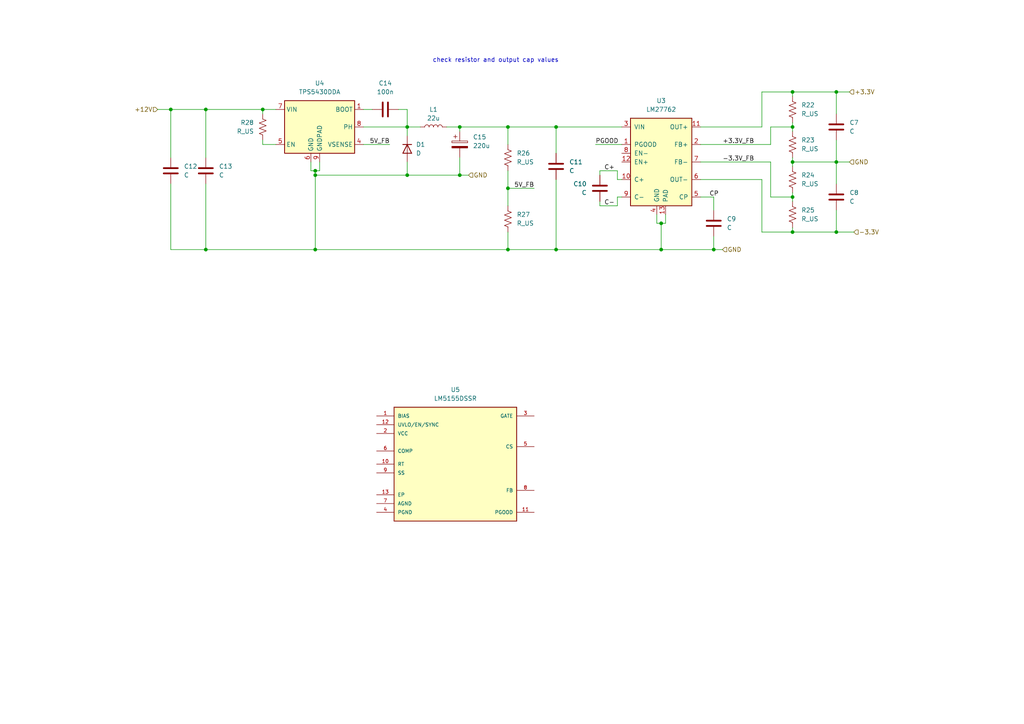
<source format=kicad_sch>
(kicad_sch (version 20250114) (generator "eeschema") (generator_version "9.0")
  (paper "A4")
  (lib_symbols
    (symbol "Device:C" (pin_numbers (hide yes)) (pin_names (offset 0.254))
      (property "Reference" "C" (at 0.635 2.54 0))
      (property "Value" "C" (at 0.635 -2.54 0))
      (symbol "C_0_1"
        (polyline (pts (xy -2.032 0.762) (xy 2.032 0.762)) (stroke (width 0.508)))
        (polyline (pts (xy -2.032 -0.762) (xy 2.032 -0.762)) (stroke (width 0.508)))
      )
      (symbol "C_1_1"
        (pin passive line (at 0 3.81 270) (length 2.794) (name "~") (number "1"))
        (pin passive line (at 0 -3.81 90) (length 2.794) (name "~") (number "2"))
      )
    )
    (symbol "Device:C_Polarized" (pin_numbers (hide yes)) (pin_names (offset 0.254))
      (property "Reference" "C" (at 0.635 2.54 0))
      (property "Value" "C_Polarized" (at 0.635 -2.54 0))
      (symbol "C_Polarized_0_1"
        (rectangle (start -2.286 0.508) (end 2.286 1.016))
        (polyline (pts (xy -1.778 2.286) (xy -0.762 2.286)))
        (polyline (pts (xy -1.27 2.794) (xy -1.27 1.778)))
        (rectangle (start 2.286 -0.508) (end -2.286 -1.016) (fill (type outline)))
      )
      (symbol "C_Polarized_1_1"
        (pin passive line (at 0 3.81 270) (length 2.794) (name "~") (number "1"))
        (pin passive line (at 0 -3.81 90) (length 2.794) (name "~") (number "2"))
      )
    )
    (symbol "Device:D" (pin_numbers (hide yes)) (pin_names (offset 1.016) (hide yes))
      (property "Reference" "D" (at 0 2.54 0))
      (property "Value" "D" (at 0 -2.54 0))
      (symbol "D_0_1"
        (polyline (pts (xy -1.27 1.27) (xy -1.27 -1.27)) (stroke (width 0.254)))
        (polyline (pts (xy 1.27 1.27) (xy 1.27 -1.27) (xy -1.27 0) (xy 1.27 1.27)) (stroke (width 0.254)))
        (polyline (pts (xy 1.27 0) (xy -1.27 0)))
      )
      (symbol "D_1_1"
        (pin passive line (at -3.81 0 0) (length 2.54) (name "K") (number "1"))
        (pin passive line (at 3.81 0 180) (length 2.54) (name "A") (number "2"))
      )
    )
    (symbol "Device:L" (pin_numbers (hide yes)) (pin_names (offset 1.016) (hide yes))
      (property "Reference" "L" (at -1.27 0 90))
      (property "Value" "L" (at 1.905 0 90))
      (symbol "L_0_1"
        (arc (start 0 2.54) (mid 0.6323 1.905) (end 0 1.27))
        (arc (start 0 1.27) (mid 0.6323 0.635) (end 0 0))
        (arc (start 0 0) (mid 0.6323 -0.635) (end 0 -1.27))
        (arc (start 0 -1.27) (mid 0.6323 -1.905) (end 0 -2.54))
      )
      (symbol "L_1_1"
        (pin passive line (at 0 3.81 270) (length 1.27) (name "1") (number "1"))
        (pin passive line (at 0 -3.81 90) (length 1.27) (name "2") (number "2"))
      )
    )
    (symbol "Device:R_US" (pin_numbers (hide yes)) (pin_names (offset 0))
      (property "Reference" "R" (at 2.54 0 90))
      (property "Value" "R_US" (at -2.54 0 90))
      (symbol "R_US_0_1"
        (polyline (pts (xy 0 2.286) (xy 0 2.54)))
        (polyline (pts (xy 0 2.286) (xy 1.016 1.905) (xy 0 1.524) (xy -1.016 1.143) (xy 0 0.762)))
        (polyline (pts (xy 0 0.762) (xy 1.016 0.381) (xy 0 0) (xy -1.016 -0.381) (xy 0 -0.762)))
        (polyline (pts (xy 0 -0.762) (xy 1.016 -1.143) (xy 0 -1.524) (xy -1.016 -1.905) (xy 0 -2.286)))
        (polyline (pts (xy 0 -2.286) (xy 0 -2.54)))
      )
      (symbol "R_US_1_1"
        (pin passive line (at 0 3.81 270) (length 1.27) (name "~") (number "1"))
        (pin passive line (at 0 -3.81 90) (length 1.27) (name "~") (number "2"))
      )
    )
    (symbol "LM5155DSSR:LM5155DSSR" (pin_names (offset 1.016))
      (property "Reference" "U" (at -17.78 16.002 0))
      (property "Value" "LM5155DSSR" (at -17.78 -20.32 0))
      (symbol "LM5155DSSR_0_0"
        (rectangle (start -17.78 15.24) (end 17.78 -17.78) (stroke (width 0.254)) (fill (type background)))
        (pin power_in line (at -22.86 12.7 0) (length 5.08) (name "BIAS") (number "1"))
        (pin input line (at -22.86 10.16 0) (length 5.08) (name "UVLO/EN/SYNC") (number "12"))
        (pin power_in line (at -22.86 7.62 0) (length 5.08) (name "VCC") (number "2"))
        (pin output line (at -22.86 2.54 0) (length 5.08) (name "COMP") (number "6"))
        (pin input line (at -22.86 -1.27 0) (length 5.08) (name "RT") (number "10"))
        (pin input line (at -22.86 -3.81 0) (length 5.08) (name "SS") (number "9"))
        (pin power_in line (at -22.86 -10.16 0) (length 5.08) (name "EP") (number "13"))
        (pin power_in line (at -22.86 -12.7 0) (length 5.08) (name "AGND") (number "7"))
        (pin power_in line (at -22.86 -15.24 0) (length 5.08) (name "PGND") (number "4"))
        (pin output line (at 22.86 12.7 180) (length 5.08) (name "GATE") (number "3"))
        (pin input line (at 22.86 3.81 180) (length 5.08) (name "CS") (number "5"))
        (pin input line (at 22.86 -8.89 180) (length 5.08) (name "FB") (number "8"))
        (pin output line (at 22.86 -15.24 180) (length 5.08) (name "PGOOD") (number "11"))
      )
    )
    (symbol "Regulator_SwitchedCapacitor:LM27762" (pin_names (offset 1.016))
      (property "Reference" "U" (at -6.604 8.89 0))
      (property "Value" "LM27762" (at 6.096 8.89 0))
      (symbol "LM27762_0_1"
        (rectangle (start -7.62 7.62) (end 10.16 -17.78) (stroke (width 0.254)) (fill (type background)))
      )
      (symbol "LM27762_1_1"
        (pin power_in line (at -10.16 5.08 0) (length 2.54) (name "VIN") (number "3"))
        (pin open_collector line (at -10.16 0 0) (length 2.54) (name "PGOOD") (number "1"))
        (pin input line (at -10.16 -2.54 0) (length 2.54) (name "EN-") (number "8"))
        (pin input line (at -10.16 -5.08 0) (length 2.54) (name "EN+") (number "12"))
        (pin passive line (at -10.16 -10.16 0) (length 2.54) (name "C+") (number "10"))
        (pin passive line (at -10.16 -15.24 0) (length 2.54) (name "C-") (number "9"))
        (pin power_in line (at 0 -20.32 90) (length 2.54) (name "GND") (number "4"))
        (pin power_in line (at 2.54 -20.32 90) (length 2.54) (name "PAD") (number "13"))
        (pin power_out line (at 12.7 5.08 180) (length 2.54) (name "OUT+") (number "11"))
        (pin input line (at 12.7 0 180) (length 2.54) (name "FB+") (number "2"))
        (pin input line (at 12.7 -5.08 180) (length 2.54) (name "FB-") (number "7"))
        (pin power_out line (at 12.7 -10.16 180) (length 2.54) (name "OUT-") (number "6"))
        (pin passive line (at 12.7 -15.24 180) (length 2.54) (name "CP") (number "5"))
      )
    )
    (symbol "Regulator_Switching:TPS5430DDA"
      (property "Reference" "U" (at -10.16 8.89 0))
      (property "Value" "TPS5430DDA" (at -1.27 8.89 0))
      (symbol "TPS5430DDA_0_1"
        (rectangle (start -10.16 7.62) (end 10.16 -7.62) (stroke (width 0.254)) (fill (type background)))
      )
      (symbol "TPS5430DDA_1_1"
        (pin power_in line (at -12.7 5.08 0) (length 2.54) (name "VIN") (number "7"))
        (pin input line (at -12.7 -5.08 0) (length 2.54) (name "EN") (number "5"))
        (pin no_connect line (at -10.16 2.54 0) (length 2.54) (hide yes) (name "NC") (number "2"))
        (pin no_connect line (at -10.16 -2.54 0) (length 2.54) (hide yes) (name "NC") (number "3"))
        (pin power_in line (at -2.54 -10.16 90) (length 2.54) (name "GND") (number "6"))
        (pin power_in line (at 0 -10.16 90) (length 2.54) (name "GNDPAD") (number "9"))
        (pin input line (at 12.7 5.08 180) (length 2.54) (name "BOOT") (number "1"))
        (pin output line (at 12.7 0 180) (length 2.54) (name "PH") (number "8"))
        (pin input line (at 12.7 -5.08 180) (length 2.54) (name "VSENSE") (number "4"))
      )
    )
  )
  (text "check resistor and output cap values\n" (at 143.764 17.526 0) (effects (font (size 1.27 1.27))))
  (junction (at 229.87 46.99))
  (junction (at 118.11 50.8))
  (junction (at 147.32 72.39))
  (junction (at 229.87 67.31))
  (junction (at 147.32 36.83))
  (junction (at 147.32 54.61))
  (junction (at 242.57 67.31))
  (junction (at 229.87 26.67))
  (junction (at 59.69 72.39))
  (junction (at 133.35 50.8))
  (junction (at 161.29 36.83))
  (junction (at 91.44 49.53))
  (junction (at 76.2 31.75))
  (junction (at 91.44 50.8))
  (junction (at 49.53 31.75))
  (junction (at 91.44 72.39))
  (junction (at 59.69 31.75))
  (junction (at 229.87 57.15))
  (junction (at 229.87 36.83))
  (junction (at 191.77 72.39))
  (junction (at 242.57 26.67))
  (junction (at 161.29 72.39))
  (junction (at 133.35 36.83))
  (junction (at 191.77 64.77))
  (junction (at 207.01 72.39))
  (junction (at 118.11 36.83))
  (junction (at 242.57 46.99))
  (wire (pts (xy 118.11 36.83) (xy 121.92 36.83)))
  (wire (pts (xy 242.57 40.64) (xy 242.57 46.99)))
  (wire (pts (xy 173.99 50.8) (xy 173.99 49.53)))
  (wire (pts (xy 59.69 31.75) (xy 76.2 31.75)))
  (wire (pts (xy 59.69 31.75) (xy 59.69 45.72)))
  (wire (pts (xy 229.87 36.83) (xy 229.87 38.1)))
  (wire (pts (xy 229.87 57.15) (xy 229.87 58.42)))
  (wire (pts (xy 203.2 41.91) (xy 223.52 41.91)))
  (wire (pts (xy 207.01 57.15) (xy 207.01 60.96)))
  (wire (pts (xy 220.98 52.07) (xy 220.98 67.31)))
  (wire (pts (xy 92.71 49.53) (xy 92.71 46.99)))
  (wire (pts (xy 173.99 59.69) (xy 173.99 58.42)))
  (wire (pts (xy 49.53 31.75) (xy 59.69 31.75)))
  (wire (pts (xy 91.44 50.8) (xy 118.11 50.8)))
  (wire (pts (xy 193.04 64.77) (xy 193.04 62.23)))
  (wire (pts (xy 76.2 31.75) (xy 80.01 31.75)))
  (wire (pts (xy 242.57 26.67) (xy 242.57 33.02)))
  (wire (pts (xy 90.17 49.53) (xy 91.44 49.53)))
  (wire (pts (xy 180.34 57.15) (xy 179.07 57.15)))
  (wire (pts (xy 190.5 64.77) (xy 191.77 64.77)))
  (wire (pts (xy 147.32 36.83) (xy 147.32 41.91)))
  (wire (pts (xy 90.17 46.99) (xy 90.17 49.53)))
  (wire (pts (xy 105.41 31.75) (xy 107.95 31.75)))
  (wire (pts (xy 49.53 72.39) (xy 59.69 72.39)))
  (wire (pts (xy 105.41 41.91) (xy 113.03 41.91)))
  (wire (pts (xy 161.29 72.39) (xy 191.77 72.39)))
  (wire (pts (xy 242.57 67.31) (xy 247.65 67.31)))
  (wire (pts (xy 161.29 52.07) (xy 161.29 72.39)))
  (wire (pts (xy 229.87 45.72) (xy 229.87 46.99)))
  (wire (pts (xy 135.89 50.8) (xy 133.35 50.8)))
  (wire (pts (xy 118.11 50.8) (xy 133.35 50.8)))
  (wire (pts (xy 223.52 36.83) (xy 229.87 36.83)))
  (wire (pts (xy 133.35 45.72) (xy 133.35 50.8)))
  (wire (pts (xy 191.77 64.77) (xy 191.77 72.39)))
  (wire (pts (xy 161.29 72.39) (xy 147.32 72.39)))
  (wire (pts (xy 147.32 67.31) (xy 147.32 72.39)))
  (wire (pts (xy 203.2 57.15) (xy 207.01 57.15)))
  (wire (pts (xy 76.2 41.91) (xy 80.01 41.91)))
  (wire (pts (xy 133.35 36.83) (xy 147.32 36.83)))
  (wire (pts (xy 105.41 36.83) (xy 118.11 36.83)))
  (wire (pts (xy 229.87 26.67) (xy 242.57 26.67)))
  (wire (pts (xy 59.69 72.39) (xy 91.44 72.39)))
  (wire (pts (xy 229.87 26.67) (xy 229.87 27.94)))
  (wire (pts (xy 203.2 52.07) (xy 220.98 52.07)))
  (wire (pts (xy 129.54 36.83) (xy 133.35 36.83)))
  (wire (pts (xy 45.72 31.75) (xy 49.53 31.75)))
  (wire (pts (xy 179.07 49.53) (xy 179.07 52.07)))
  (wire (pts (xy 223.52 41.91) (xy 223.52 36.83)))
  (wire (pts (xy 91.44 50.8) (xy 91.44 49.53)))
  (wire (pts (xy 229.87 55.88) (xy 229.87 57.15)))
  (wire (pts (xy 118.11 31.75) (xy 118.11 36.83)))
  (wire (pts (xy 229.87 46.99) (xy 242.57 46.99)))
  (wire (pts (xy 179.07 57.15) (xy 179.07 59.69)))
  (wire (pts (xy 76.2 31.75) (xy 76.2 33.02)))
  (wire (pts (xy 242.57 46.99) (xy 242.57 53.34)))
  (wire (pts (xy 229.87 66.04) (xy 229.87 67.31)))
  (wire (pts (xy 242.57 60.96) (xy 242.57 67.31)))
  (wire (pts (xy 203.2 36.83) (xy 220.98 36.83)))
  (wire (pts (xy 76.2 40.64) (xy 76.2 41.91)))
  (wire (pts (xy 220.98 36.83) (xy 220.98 26.67)))
  (wire (pts (xy 207.01 72.39) (xy 209.55 72.39)))
  (wire (pts (xy 207.01 68.58) (xy 207.01 72.39)))
  (wire (pts (xy 133.35 36.83) (xy 133.35 38.1)))
  (wire (pts (xy 49.53 53.34) (xy 49.53 72.39)))
  (wire (pts (xy 179.07 52.07) (xy 180.34 52.07)))
  (wire (pts (xy 229.87 67.31) (xy 242.57 67.31)))
  (wire (pts (xy 161.29 36.83) (xy 180.34 36.83)))
  (wire (pts (xy 223.52 46.99) (xy 223.52 57.15)))
  (wire (pts (xy 191.77 64.77) (xy 193.04 64.77)))
  (wire (pts (xy 203.2 46.99) (xy 223.52 46.99)))
  (wire (pts (xy 91.44 49.53) (xy 92.71 49.53)))
  (wire (pts (xy 229.87 46.99) (xy 229.87 48.26)))
  (wire (pts (xy 49.53 31.75) (xy 49.53 45.72)))
  (wire (pts (xy 172.72 41.91) (xy 180.34 41.91)))
  (wire (pts (xy 118.11 46.99) (xy 118.11 50.8)))
  (wire (pts (xy 147.32 54.61) (xy 147.32 59.69)))
  (wire (pts (xy 59.69 53.34) (xy 59.69 72.39)))
  (wire (pts (xy 147.32 54.61) (xy 154.94 54.61)))
  (wire (pts (xy 191.77 72.39) (xy 207.01 72.39)))
  (wire (pts (xy 220.98 67.31) (xy 229.87 67.31)))
  (wire (pts (xy 147.32 72.39) (xy 91.44 72.39)))
  (wire (pts (xy 147.32 49.53) (xy 147.32 54.61)))
  (wire (pts (xy 223.52 57.15) (xy 229.87 57.15)))
  (wire (pts (xy 115.57 31.75) (xy 118.11 31.75)))
  (wire (pts (xy 242.57 46.99) (xy 246.38 46.99)))
  (wire (pts (xy 161.29 44.45) (xy 161.29 36.83)))
  (wire (pts (xy 91.44 50.8) (xy 91.44 72.39)))
  (wire (pts (xy 173.99 59.69) (xy 179.07 59.69)))
  (wire (pts (xy 229.87 35.56) (xy 229.87 36.83)))
  (wire (pts (xy 118.11 36.83) (xy 118.11 39.37)))
  (wire (pts (xy 242.57 26.67) (xy 246.38 26.67)))
  (wire (pts (xy 173.99 49.53) (xy 179.07 49.53)))
  (wire (pts (xy 190.5 62.23) (xy 190.5 64.77)))
  (wire (pts (xy 147.32 36.83) (xy 161.29 36.83)))
  (wire (pts (xy 220.98 26.67) (xy 229.87 26.67)))
  (label "5V_FB" (at 113.03 41.91 180))
  (label "+3.3V_FB" (at 209.55 41.91 0))
  (label "C-" (at 175.26 59.69 0))
  (label "-3.3V_FB" (at 209.55 46.99 0))
  (label "PGOOD" (at 172.72 41.91 0))
  (label "5V_FB" (at 154.94 54.61 180))
  (label "C+" (at 175.26 49.53 0))
  (label "CP" (at 205.74 57.15 0))
  (hierarchical_label "GND" (shape input) (at 246.38 46.99 0))
  (hierarchical_label "GND" (shape input) (at 135.89 50.8 0))
  (hierarchical_label "GND" (shape input) (at 209.55 72.39 0))
  (hierarchical_label "+3.3V" (shape input) (at 246.38 26.67 0))
  (hierarchical_label "+12V" (shape input) (at 45.72 31.75 180))
  (hierarchical_label "-3.3V" (shape input) (at 247.65 67.31 0))
  (symbol (lib_id "Regulator_SwitchedCapacitor:LM27762") (at 190.5 41.91 0) (unit 1)
    (property "Reference" "U3" (at 191.77 29.21 0))
    (property "Value" "LM27762" (at 191.77 31.75 0))
    (property "Footprint" "Package_SON:WSON-12-1EP_3x2mm_P0.5mm_EP1x2.65_ThermalVias" (effects (hide yes)))
    (property "Datasheet" "http://www.ti.com/lit/ds/symlink/lm27762.pdf" (effects (hide yes)))
    (property "Description" "Low-noise inverting charge pump with both positive and negative LDO's, with 2.7V-5.5V input to +1.5 to +5V and -1.5 to -5V Output Voltage, WSON-12" (effects (hide yes)))
  )
  (symbol (lib_id "Device:D") (at 118.11 43.18 270) (unit 1)
    (property "Reference" "D1" (at 120.65 41.9099 90) (effects (justify left)))
    (property "Value" "D" (at 120.65 44.4499 90) (effects (justify left)))
    (property "Description" "Diode" (effects (hide yes)))
    (property "Sim.Device" "D" (effects (hide yes)))
    (property "Sim.Pins" "1=K 2=A" (effects (hide yes)))
  )
  (symbol (lib_id "Device:R_US") (at 229.87 62.23 0) (unit 1)
    (property "Reference" "R25" (at 232.41 60.9599 0) (effects (justify left)))
    (property "Value" "R_US" (at 232.41 63.4999 0) (effects (justify left)))
    (property "Description" "Resistor, US symbol" (effects (hide yes)))
  )
  (symbol (lib_id "Device:R_US") (at 229.87 41.91 0) (unit 1)
    (property "Reference" "R23" (at 232.41 40.6399 0) (effects (justify left)))
    (property "Value" "R_US" (at 232.41 43.1799 0) (effects (justify left)))
    (property "Description" "Resistor, US symbol" (effects (hide yes)))
  )
  (symbol (lib_id "Device:C_Polarized") (at 133.35 41.91 0) (unit 1)
    (property "Reference" "C15" (at 137.16 39.7509 0) (effects (justify left)))
    (property "Value" "220u" (at 137.16 42.2909 0) (effects (justify left)))
    (property "Description" "Polarized capacitor" (effects (hide yes)))
  )
  (symbol (lib_id "Device:R_US") (at 229.87 31.75 0) (unit 1)
    (property "Reference" "R22" (at 232.41 30.4799 0) (effects (justify left)))
    (property "Value" "R_US" (at 232.41 33.0199 0) (effects (justify left)))
    (property "Description" "Resistor, US symbol" (effects (hide yes)))
  )
  (symbol (lib_id "Device:C") (at 49.53 49.53 0) (unit 1)
    (property "Reference" "C12" (at 53.34 48.2599 0) (effects (justify left)))
    (property "Value" "C" (at 53.34 50.7999 0) (effects (justify left)))
    (property "Description" "Unpolarized capacitor" (effects (hide yes)))
  )
  (symbol (lib_id "Device:R_US") (at 147.32 45.72 0) (unit 1)
    (property "Reference" "R26" (at 149.86 44.4499 0) (effects (justify left)))
    (property "Value" "R_US" (at 149.86 46.9899 0) (effects (justify left)))
    (property "Description" "Resistor, US symbol" (effects (hide yes)))
  )
  (symbol (lib_id "Device:R_US") (at 76.2 36.83 0) (unit 1)
    (property "Reference" "R28" (at 73.66 35.5599 0) (effects (justify right)))
    (property "Value" "R_US" (at 73.66 38.0999 0) (effects (justify right)))
    (property "Description" "Resistor, US symbol" (effects (hide yes)))
  )
  (symbol (lib_id "Device:C") (at 59.69 49.53 0) (unit 1)
    (property "Reference" "C13" (at 63.5 48.2599 0) (effects (justify left)))
    (property "Value" "C" (at 63.5 50.7999 0) (effects (justify left)))
    (property "Description" "Unpolarized capacitor" (effects (hide yes)))
  )
  (symbol (lib_id "Device:C") (at 207.01 64.77 0) (unit 1)
    (property "Reference" "C9" (at 210.82 63.4999 0) (effects (justify left)))
    (property "Value" "C" (at 210.82 66.0399 0) (effects (justify left)))
    (property "Description" "Unpolarized capacitor" (effects (hide yes)))
  )
  (symbol (lib_id "Device:C") (at 161.29 48.26 0) (mirror y) (unit 1)
    (property "Reference" "C11" (at 165.1 46.9899 0) (effects (justify right)))
    (property "Value" "C" (at 165.1 49.5299 0) (effects (justify right)))
    (property "Description" "Unpolarized capacitor" (effects (hide yes)))
  )
  (symbol (lib_id "Device:L") (at 125.73 36.83 90) (unit 1)
    (property "Reference" "L1" (at 125.73 31.75 90))
    (property "Value" "22u" (at 125.73 34.29 90))
    (property "Description" "Inductor" (effects (hide yes)))
  )
  (symbol (lib_id "Regulator_Switching:TPS5430DDA") (at 92.71 36.83 0) (unit 1)
    (property "Reference" "U4" (at 92.71 24.13 0))
    (property "Value" "TPS5430DDA" (at 92.71 26.67 0))
    (property "Footprint" "Package_SO:TI_SO-PowerPAD-8_ThermalVias" (effects (hide yes)))
    (property "Datasheet" "http://www.ti.com/lit/ds/symlink/tps5430.pdf" (effects (hide yes)))
    (property "Description" "3A, Step Down Swift Converter, Adjustable Output Voltage, 5.5-36V Input Voltage, PowerSO-8" (effects (hide yes)))
  )
  (symbol (lib_id "Device:C") (at 242.57 57.15 0) (unit 1)
    (property "Reference" "C8" (at 246.38 55.8799 0) (effects (justify left)))
    (property "Value" "C" (at 246.38 58.4199 0) (effects (justify left)))
    (property "Description" "Unpolarized capacitor" (effects (hide yes)))
  )
  (symbol (lib_id "Device:C") (at 111.76 31.75 90) (unit 1)
    (property "Reference" "C14" (at 111.76 24.13 90))
    (property "Value" "100n" (at 111.76 26.67 90))
    (property "Description" "Unpolarized capacitor" (effects (hide yes)))
  )
  (symbol (lib_id "Device:C") (at 173.99 54.61 0) (mirror y) (unit 1)
    (property "Reference" "C10" (at 170.18 53.3399 0) (effects (justify left)))
    (property "Value" "C" (at 170.18 55.8799 0) (effects (justify left)))
    (property "Description" "Unpolarized capacitor" (effects (hide yes)))
  )
  (symbol (lib_id "LM5155DSSR:LM5155DSSR") (at 132.08 133.35 0) (unit 1)
    (property "Reference" "U5" (at 132.08 113.03 0))
    (property "Value" "LM5155DSSR" (at 132.08 115.57 0))
    (property "Footprint" "LM5155DSSR:IC_LM5155DSSR" (effects (hide yes)))
    (property "MF" "Texas Instruments" (effects (hide yes)))
    (property "MAXIMUM_PACKAGE_HEIGHT" "0.8mm" (effects (hide yes)))
    (property "Package" "WSON-12 Texas Instruments" (effects (hide yes)))
    (property "Price" "None" (effects (hide yes)))
    (property "Check_prices" "https://www.snapeda.com/parts/LM5155DSSR/Texas+Instruments/view-part/?ref=eda" (effects (hide yes)))
    (property "STANDARD" "Manufacturer Recommendations" (effects (hide yes)))
    (property "PARTREV" "E" (effects (hide yes)))
    (property "SnapEDA_Link" "https://www.snapeda.com/parts/LM5155DSSR/Texas+Instruments/view-part/?ref=snap" (effects (hide yes)))
    (property "MP" "LM5155DSSR" (effects (hide yes)))
    (property "Description_1" "2.2-MHz wide VIN, 1.5-A MOSFET driver, non-synchronous boost controller" (effects (hide yes)))
    (property "Availability" "In Stock" (effects (hide yes)))
    (property "MANUFACTURER" "Texas Instruments" (effects (hide yes)))
  )
  (symbol (lib_id "Device:C") (at 242.57 36.83 0) (unit 1)
    (property "Reference" "C7" (at 246.38 35.5599 0) (effects (justify left)))
    (property "Value" "C" (at 246.38 38.0999 0) (effects (justify left)))
    (property "Description" "Unpolarized capacitor" (effects (hide yes)))
  )
  (symbol (lib_id "Device:R_US") (at 229.87 52.07 0) (unit 1)
    (property "Reference" "R24" (at 232.41 50.7999 0) (effects (justify left)))
    (property "Value" "R_US" (at 232.41 53.3399 0) (effects (justify left)))
    (property "Description" "Resistor, US symbol" (effects (hide yes)))
  )
  (symbol (lib_id "Device:R_US") (at 147.32 63.5 0) (unit 1)
    (property "Reference" "R27" (at 149.86 62.2299 0) (effects (justify left)))
    (property "Value" "R_US" (at 149.86 64.7699 0) (effects (justify left)))
    (property "Description" "Resistor, US symbol" (effects (hide yes)))
  )
)
</source>
